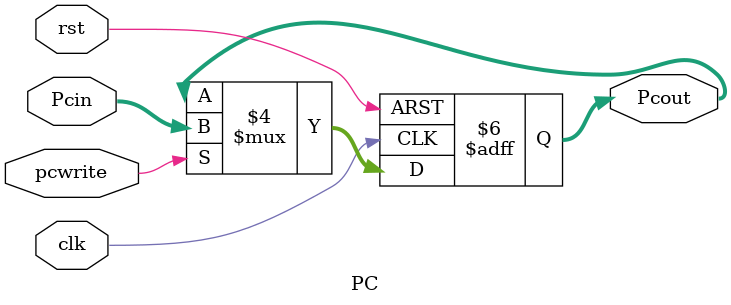
<source format=sv>
`timescale 1ns/1ns
module PC(input [31:0] Pcin, input clk, rst, pcwrite, output logic[31:0] Pcout);
  //a
  initial Pcout = 32'b0;
  always @(posedge clk, posedge rst) begin
    if (rst) Pcout <= 32'b0;
    else if (pcwrite == 1) Pcout <= Pcin;
  end
endmodule
</source>
